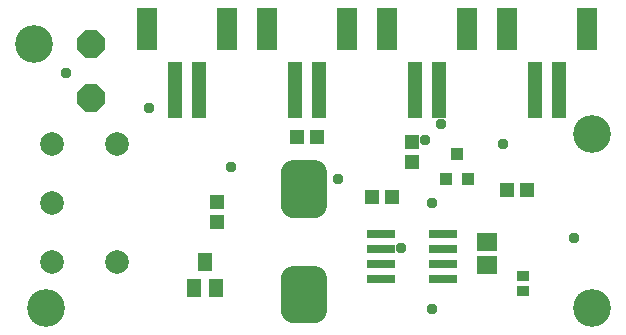
<source format=gbr>
G04 EAGLE Gerber RS-274X export*
G75*
%MOMM*%
%FSLAX34Y34*%
%LPD*%
%AMOC8*
5,1,8,0,0,1.08239X$1,22.5*%
G01*
%ADD10C,3.203200*%
%ADD11R,1.703200X1.503200*%
%ADD12R,1.103200X0.903200*%
%ADD13C,2.068694*%
%ADD14R,1.203200X1.603200*%
%ADD15R,2.403200X0.803200*%
%ADD16R,1.203200X4.803200*%
%ADD17R,1.803200X3.603200*%
%ADD18R,1.003200X1.103200*%
%ADD19R,1.203200X1.303200*%
%ADD20R,1.303200X1.203200*%
%ADD21C,2.003200*%
%ADD22P,2.556822X8X22.500000*%
%ADD23C,0.959600*%


D10*
X22700Y764700D03*
X32700Y540700D03*
X495300Y540700D03*
X495300Y688500D03*
D11*
X406400Y577400D03*
X406400Y596400D03*
D12*
X437200Y555000D03*
X437200Y568000D03*
D13*
X242127Y566573D02*
X242127Y538227D01*
X242127Y566573D02*
X260473Y566573D01*
X260473Y538227D01*
X242127Y538227D01*
X242127Y557880D02*
X260473Y557880D01*
X242127Y627227D02*
X242127Y655573D01*
X260473Y655573D01*
X260473Y627227D01*
X242127Y627227D01*
X242127Y646880D02*
X260473Y646880D01*
D14*
X167800Y579800D03*
X177300Y557800D03*
X158300Y557800D03*
D15*
X316900Y590550D03*
X368900Y590550D03*
X316900Y603250D03*
X316900Y577850D03*
X316900Y565150D03*
X368900Y603250D03*
X368900Y577850D03*
X368900Y565150D03*
D16*
X447200Y725000D03*
X467200Y725000D03*
D17*
X423200Y777000D03*
X491200Y777000D03*
D16*
X345600Y725000D03*
X365600Y725000D03*
D17*
X321600Y777000D03*
X389600Y777000D03*
D16*
X244000Y725000D03*
X264000Y725000D03*
D17*
X220000Y777000D03*
X288000Y777000D03*
D18*
X371500Y650400D03*
X390500Y650400D03*
X381000Y671400D03*
D19*
X177800Y613800D03*
X177800Y630800D03*
D20*
X326000Y635000D03*
X309000Y635000D03*
X262500Y685800D03*
X245500Y685800D03*
X440300Y640400D03*
X423300Y640400D03*
D19*
X342900Y681600D03*
X342900Y664600D03*
D21*
X38100Y629600D03*
X38100Y579600D03*
X38100Y679600D03*
X93100Y679600D03*
X93100Y579600D03*
D22*
X70800Y718500D03*
X70800Y764700D03*
D16*
X142400Y725000D03*
X162400Y725000D03*
D17*
X118400Y777000D03*
X186400Y777000D03*
D23*
X333756Y591312D03*
X353568Y682752D03*
X367284Y696468D03*
X50000Y740000D03*
X120000Y710000D03*
X420000Y680000D03*
X360000Y630000D03*
X280000Y650000D03*
X190000Y660000D03*
X360000Y540000D03*
X480000Y600000D03*
M02*

</source>
